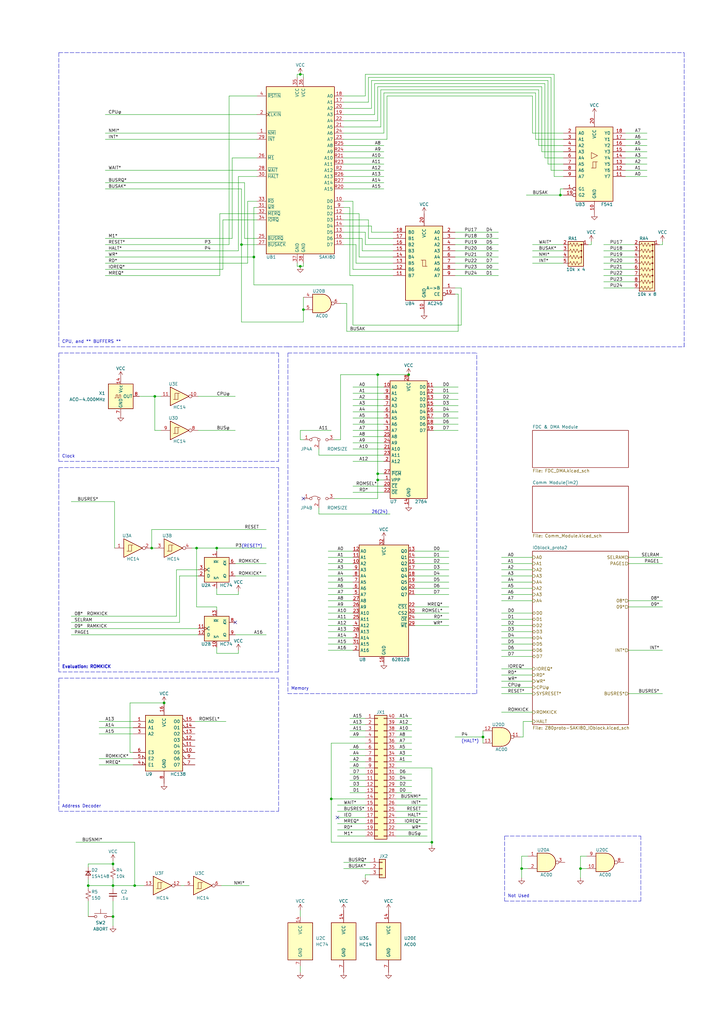
<source format=kicad_sch>
(kicad_sch (version 20211123) (generator eeschema)
  (paper "A3" portrait)
  (junction (at 67.31 288.29))
  (junction (at 154.94 153.67))
  (junction (at 167.64 153.67))
  (junction (at 124.46 127))
  (junction (at 229.87 80.01))
  (junction (at 177.165 345.44))
  (junction (at 46.355 375.92))
  (junction (at 238.125 356.235))
  (junction (at 46.355 354.33))
  (junction (at 36.195 363.22))
  (junction (at 104.14 105.41))
  (junction (at 154.94 194.31))
  (junction (at 46.355 363.22))
  (junction (at 198.12 302.26))
  (junction (at 123.19 30.48))
  (junction (at 213.995 356.235))
  (junction (at 62.23 224.79))
  (junction (at 135.89 327.66))
  (junction (at 154.94 196.85))
  (junction (at 88.9 224.79))
  (junction (at 123.19 109.22))
  (junction (at 63.5 162.56))
  (junction (at 99.06 100.33))
  (junction (at 80.645 224.79))
  (junction (at 55.245 363.22))
  (no_connect (at 124.46 204.47))
  (no_connect (at 138.43 335.28))
  (no_connect (at 96.52 255.27))
  (wire (pts (xy 147.32 87.63) (xy 147.32 105.41)))
  (wire (pts (xy 205.74 231.14) (xy 218.44 231.14)))
  (wire (pts (xy 205.74 233.68) (xy 218.44 233.68)))
  (wire (pts (xy 154.94 35.56) (xy 222.25 35.56)))
  (wire (pts (xy 149.86 100.33) (xy 161.29 100.33)))
  (wire (pts (xy 139.7 180.34) (xy 139.7 153.67)))
  (wire (pts (xy 247.65 118.11) (xy 260.35 118.11)))
  (wire (pts (xy 29.21 260.35) (xy 81.28 260.35)))
  (wire (pts (xy 134.62 243.84) (xy 144.78 243.84)))
  (wire (pts (xy 257.81 284.48) (xy 271.78 284.48)))
  (wire (pts (xy 143.51 294.64) (xy 149.86 294.64)))
  (wire (pts (xy 256.54 64.77) (xy 265.43 64.77)))
  (wire (pts (xy 134.62 246.38) (xy 144.78 246.38)))
  (wire (pts (xy 43.18 97.79) (xy 95.25 97.79)))
  (wire (pts (xy 144.78 179.07) (xy 157.48 179.07)))
  (polyline (pts (xy 24.13 21.59) (xy 280.67 21.59)))
  (wire (pts (xy 205.74 292.1) (xy 218.44 292.1)))
  (wire (pts (xy 88.9 250.19) (xy 88.9 248.92)))
  (wire (pts (xy 226.06 31.75) (xy 226.06 69.85)))
  (wire (pts (xy 162.56 320.04) (xy 168.91 320.04)))
  (wire (pts (xy 154.94 196.85) (xy 157.48 196.85)))
  (polyline (pts (xy 24.13 191.77) (xy 24.13 275.59)))
  (wire (pts (xy 238.125 356.235) (xy 240.665 356.235)))
  (wire (pts (xy 88.9 248.92) (xy 80.645 248.92)))
  (wire (pts (xy 143.51 299.72) (xy 149.86 299.72)))
  (wire (pts (xy 142.24 124.46) (xy 142.24 135.89)))
  (wire (pts (xy 134.62 251.46) (xy 144.78 251.46)))
  (wire (pts (xy 134.62 259.08) (xy 144.78 259.08)))
  (polyline (pts (xy 24.13 144.78) (xy 24.13 189.23)))
  (wire (pts (xy 46.99 224.79) (xy 46.99 205.74)))
  (polyline (pts (xy 114.3 144.78) (xy 114.3 189.23)))
  (wire (pts (xy 218.44 102.87) (xy 231.14 102.87)))
  (wire (pts (xy 161.29 107.95) (xy 146.05 107.95)))
  (wire (pts (xy 227.33 72.39) (xy 231.14 72.39)))
  (wire (pts (xy 40.64 295.91) (xy 54.61 295.91)))
  (wire (pts (xy 214.63 295.91) (xy 218.44 295.91)))
  (wire (pts (xy 99.06 100.33) (xy 99.06 132.08)))
  (wire (pts (xy 205.74 228.6) (xy 218.44 228.6)))
  (wire (pts (xy 170.18 226.06) (xy 184.15 226.06)))
  (wire (pts (xy 104.14 105.41) (xy 104.14 116.84)))
  (wire (pts (xy 134.62 226.06) (xy 144.78 226.06)))
  (wire (pts (xy 40.64 300.99) (xy 54.61 300.99)))
  (wire (pts (xy 162.56 342.9) (xy 175.26 342.9)))
  (wire (pts (xy 36.195 369.57) (xy 36.195 375.92)))
  (wire (pts (xy 162.56 297.18) (xy 168.91 297.18)))
  (wire (pts (xy 144.78 199.39) (xy 157.48 199.39)))
  (wire (pts (xy 157.48 38.1) (xy 219.71 38.1)))
  (wire (pts (xy 247.65 102.87) (xy 260.35 102.87)))
  (wire (pts (xy 140.97 356.235) (xy 151.765 356.235)))
  (wire (pts (xy 213.995 356.235) (xy 216.535 356.235)))
  (wire (pts (xy 134.62 248.92) (xy 144.78 248.92)))
  (wire (pts (xy 162.56 294.64) (xy 168.91 294.64)))
  (wire (pts (xy 222.25 35.56) (xy 222.25 62.23)))
  (wire (pts (xy 218.44 100.33) (xy 231.14 100.33)))
  (wire (pts (xy 140.97 52.07) (xy 156.21 52.07)))
  (wire (pts (xy 152.4 44.45) (xy 152.4 33.02)))
  (polyline (pts (xy 24.13 278.13) (xy 24.13 332.74)))
  (wire (pts (xy 161.29 110.49) (xy 144.78 110.49)))
  (polyline (pts (xy 118.11 144.78) (xy 118.11 284.48)))
  (polyline (pts (xy 114.3 191.77) (xy 114.3 275.59)))
  (wire (pts (xy 140.97 87.63) (xy 147.32 87.63)))
  (polyline (pts (xy 24.13 191.77) (xy 114.3 191.77)))
  (wire (pts (xy 53.34 288.29) (xy 67.31 288.29)))
  (wire (pts (xy 170.18 233.68) (xy 184.15 233.68)))
  (wire (pts (xy 186.69 105.41) (xy 204.47 105.41)))
  (wire (pts (xy 101.6 82.55) (xy 101.6 107.95)))
  (wire (pts (xy 134.62 241.3) (xy 144.78 241.3)))
  (wire (pts (xy 205.74 238.76) (xy 218.44 238.76)))
  (wire (pts (xy 90.805 363.22) (xy 102.235 363.22)))
  (wire (pts (xy 140.97 41.91) (xy 151.13 41.91)))
  (wire (pts (xy 43.18 46.99) (xy 105.41 46.99)))
  (polyline (pts (xy 198.12 142.24) (xy 280.67 142.24)))
  (wire (pts (xy 205.74 279.4) (xy 218.44 279.4)))
  (wire (pts (xy 177.8 158.75) (xy 187.96 158.75)))
  (wire (pts (xy 229.87 77.47) (xy 229.87 80.01)))
  (wire (pts (xy 144.78 163.83) (xy 157.48 163.83)))
  (wire (pts (xy 162.56 327.66) (xy 175.26 327.66)))
  (wire (pts (xy 134.62 236.22) (xy 144.78 236.22)))
  (wire (pts (xy 140.97 95.25) (xy 149.86 95.25)))
  (wire (pts (xy 134.62 238.76) (xy 144.78 238.76)))
  (wire (pts (xy 139.7 153.67) (xy 154.94 153.67)))
  (wire (pts (xy 29.21 252.73) (xy 72.39 252.73)))
  (wire (pts (xy 62.23 224.79) (xy 62.23 217.17)))
  (wire (pts (xy 247.65 107.95) (xy 260.35 107.95)))
  (wire (pts (xy 31.115 345.44) (xy 55.245 345.44)))
  (wire (pts (xy 137.16 180.34) (xy 139.7 180.34)))
  (wire (pts (xy 140.97 46.99) (xy 153.67 46.99)))
  (wire (pts (xy 154.94 194.31) (xy 157.48 194.31)))
  (wire (pts (xy 142.24 135.89) (xy 187.96 135.89)))
  (wire (pts (xy 205.74 254) (xy 218.44 254)))
  (wire (pts (xy 43.18 105.41) (xy 104.14 105.41)))
  (wire (pts (xy 46.355 375.92) (xy 46.355 379.73)))
  (wire (pts (xy 223.52 64.77) (xy 231.14 64.77)))
  (wire (pts (xy 143.51 307.34) (xy 149.86 307.34)))
  (polyline (pts (xy 24.13 142.24) (xy 24.13 138.43)))
  (wire (pts (xy 105.41 82.55) (xy 101.6 82.55)))
  (wire (pts (xy 140.97 90.17) (xy 151.13 90.17)))
  (wire (pts (xy 152.4 33.02) (xy 224.79 33.02)))
  (wire (pts (xy 205.74 284.48) (xy 218.44 284.48)))
  (wire (pts (xy 123.19 176.53) (xy 135.89 176.53)))
  (wire (pts (xy 205.74 256.54) (xy 218.44 256.54)))
  (wire (pts (xy 134.62 233.68) (xy 144.78 233.68)))
  (wire (pts (xy 46.355 353.06) (xy 46.355 354.33)))
  (wire (pts (xy 256.54 62.23) (xy 265.43 62.23)))
  (wire (pts (xy 198.12 302.26) (xy 198.12 304.8)))
  (wire (pts (xy 205.74 269.24) (xy 218.44 269.24)))
  (wire (pts (xy 144.78 168.91) (xy 157.48 168.91)))
  (wire (pts (xy 162.56 325.12) (xy 168.91 325.12)))
  (wire (pts (xy 186.69 102.87) (xy 204.47 102.87)))
  (wire (pts (xy 139.7 124.46) (xy 142.24 124.46)))
  (wire (pts (xy 88.9 226.06) (xy 88.9 224.79)))
  (polyline (pts (xy 114.3 275.59) (xy 24.13 275.59)))
  (wire (pts (xy 104.14 85.09) (xy 104.14 105.41)))
  (wire (pts (xy 46.355 363.22) (xy 55.245 363.22)))
  (wire (pts (xy 140.97 69.85) (xy 157.48 69.85)))
  (wire (pts (xy 144.78 201.93) (xy 157.48 201.93)))
  (wire (pts (xy 121.92 109.22) (xy 123.19 109.22)))
  (wire (pts (xy 186.69 100.33) (xy 204.47 100.33)))
  (wire (pts (xy 143.51 314.96) (xy 149.86 314.96)))
  (wire (pts (xy 170.18 248.92) (xy 184.15 248.92)))
  (wire (pts (xy 144.78 181.61) (xy 157.48 181.61)))
  (wire (pts (xy 162.56 335.28) (xy 175.26 335.28)))
  (wire (pts (xy 96.52 236.22) (xy 109.22 236.22)))
  (wire (pts (xy 177.8 161.29) (xy 187.96 161.29)))
  (wire (pts (xy 151.13 41.91) (xy 151.13 31.75)))
  (wire (pts (xy 186.69 110.49) (xy 204.47 110.49)))
  (wire (pts (xy 55.245 363.22) (xy 55.245 345.44)))
  (wire (pts (xy 162.56 322.58) (xy 168.91 322.58)))
  (wire (pts (xy 231.14 77.47) (xy 229.87 77.47)))
  (wire (pts (xy 138.43 330.2) (xy 149.86 330.2)))
  (wire (pts (xy 66.04 176.53) (xy 63.5 176.53)))
  (wire (pts (xy 144.78 176.53) (xy 157.48 176.53)))
  (wire (pts (xy 140.97 92.71) (xy 152.4 92.71)))
  (wire (pts (xy 220.98 36.83) (xy 220.98 59.69)))
  (wire (pts (xy 220.98 59.69) (xy 231.14 59.69)))
  (wire (pts (xy 143.51 320.04) (xy 149.86 320.04)))
  (wire (pts (xy 256.54 54.61) (xy 265.43 54.61)))
  (wire (pts (xy 123.19 398.78) (xy 123.19 396.24)))
  (polyline (pts (xy 24.13 278.13) (xy 114.3 278.13)))
  (wire (pts (xy 152.4 92.71) (xy 152.4 95.25)))
  (wire (pts (xy 238.125 351.155) (xy 240.665 351.155)))
  (wire (pts (xy 73.66 236.22) (xy 73.66 255.27)))
  (wire (pts (xy 135.89 304.8) (xy 149.86 304.8)))
  (wire (pts (xy 148.59 97.79) (xy 148.59 102.87)))
  (wire (pts (xy 186.69 302.26) (xy 198.12 302.26)))
  (wire (pts (xy 257.81 248.92) (xy 271.78 248.92)))
  (wire (pts (xy 29.21 255.27) (xy 73.66 255.27)))
  (wire (pts (xy 123.19 30.48) (xy 124.46 30.48)))
  (wire (pts (xy 205.74 266.7) (xy 218.44 266.7)))
  (wire (pts (xy 257.81 228.6) (xy 271.78 228.6)))
  (wire (pts (xy 144.78 184.15) (xy 157.48 184.15)))
  (wire (pts (xy 154.94 153.67) (xy 167.64 153.67)))
  (wire (pts (xy 162.56 337.82) (xy 175.26 337.82)))
  (wire (pts (xy 144.78 171.45) (xy 157.48 171.45)))
  (wire (pts (xy 143.51 325.12) (xy 149.86 325.12)))
  (wire (pts (xy 63.5 176.53) (xy 63.5 162.56)))
  (wire (pts (xy 140.97 57.15) (xy 158.75 57.15)))
  (wire (pts (xy 177.165 314.96) (xy 177.165 345.44)))
  (wire (pts (xy 138.43 335.28) (xy 149.86 335.28)))
  (wire (pts (xy 218.44 107.95) (xy 231.14 107.95)))
  (wire (pts (xy 96.52 260.35) (xy 109.22 260.35)))
  (polyline (pts (xy 280.67 142.24) (xy 280.67 21.59)))
  (wire (pts (xy 105.41 39.37) (xy 93.98 39.37)))
  (wire (pts (xy 81.28 236.22) (xy 73.66 236.22)))
  (wire (pts (xy 149.86 358.775) (xy 149.86 360.045)))
  (wire (pts (xy 242.57 100.33) (xy 242.57 99.06)))
  (wire (pts (xy 223.52 34.29) (xy 223.52 64.77)))
  (wire (pts (xy 144.78 158.75) (xy 157.48 158.75)))
  (wire (pts (xy 90.17 87.63) (xy 105.41 87.63)))
  (wire (pts (xy 205.74 276.86) (xy 218.44 276.86)))
  (wire (pts (xy 224.79 67.31) (xy 231.14 67.31)))
  (wire (pts (xy 144.78 133.35) (xy 189.23 133.35)))
  (wire (pts (xy 97.79 266.7) (xy 97.79 267.97)))
  (wire (pts (xy 124.46 127) (xy 124.46 121.92)))
  (wire (pts (xy 186.69 97.79) (xy 204.47 97.79)))
  (wire (pts (xy 36.195 363.22) (xy 36.195 364.49)))
  (wire (pts (xy 247.65 113.03) (xy 260.35 113.03)))
  (wire (pts (xy 162.56 332.74) (xy 175.26 332.74)))
  (wire (pts (xy 144.78 173.99) (xy 157.48 173.99)))
  (wire (pts (xy 43.18 100.33) (xy 93.98 100.33)))
  (wire (pts (xy 177.8 171.45) (xy 187.96 171.45)))
  (wire (pts (xy 144.78 116.84) (xy 144.78 133.35)))
  (wire (pts (xy 138.43 340.36) (xy 149.86 340.36)))
  (wire (pts (xy 43.18 110.49) (xy 91.44 110.49)))
  (wire (pts (xy 63.5 224.79) (xy 62.23 224.79)))
  (wire (pts (xy 140.97 49.53) (xy 154.94 49.53)))
  (wire (pts (xy 177.8 166.37) (xy 187.96 166.37)))
  (wire (pts (xy 43.18 77.47) (xy 99.06 77.47)))
  (wire (pts (xy 218.44 105.41) (xy 231.14 105.41)))
  (wire (pts (xy 224.79 33.02) (xy 224.79 67.31)))
  (wire (pts (xy 170.18 238.76) (xy 184.15 238.76)))
  (wire (pts (xy 43.18 102.87) (xy 97.79 102.87)))
  (wire (pts (xy 218.44 54.61) (xy 231.14 54.61)))
  (wire (pts (xy 205.74 236.22) (xy 218.44 236.22)))
  (wire (pts (xy 149.86 39.37) (xy 149.86 30.48)))
  (wire (pts (xy 105.41 97.79) (xy 100.33 97.79)))
  (wire (pts (xy 134.62 261.62) (xy 144.78 261.62)))
  (wire (pts (xy 205.74 281.94) (xy 218.44 281.94)))
  (wire (pts (xy 219.71 38.1) (xy 219.71 57.15)))
  (polyline (pts (xy 118.11 284.48) (xy 195.58 284.48)))
  (polyline (pts (xy 24.13 189.23) (xy 114.3 189.23)))
  (wire (pts (xy 205.74 274.32) (xy 218.44 274.32)))
  (wire (pts (xy 215.9 80.01) (xy 229.87 80.01)))
  (polyline (pts (xy 24.13 332.74) (xy 114.3 332.74)))
  (wire (pts (xy 162.56 299.72) (xy 168.91 299.72)))
  (wire (pts (xy 46.355 360.68) (xy 46.355 363.22)))
  (wire (pts (xy 162.56 314.96) (xy 177.165 314.96)))
  (wire (pts (xy 91.44 90.17) (xy 91.44 110.49)))
  (wire (pts (xy 144.78 161.29) (xy 157.48 161.29)))
  (wire (pts (xy 186.69 107.95) (xy 204.47 107.95)))
  (wire (pts (xy 205.74 241.3) (xy 218.44 241.3)))
  (wire (pts (xy 78.74 224.79) (xy 80.645 224.79)))
  (wire (pts (xy 205.74 251.46) (xy 218.44 251.46)))
  (polyline (pts (xy 207.01 342.9) (xy 207.01 369.57)))
  (wire (pts (xy 205.74 246.38) (xy 218.44 246.38)))
  (wire (pts (xy 104.14 116.84) (xy 144.78 116.84)))
  (wire (pts (xy 121.92 30.48) (xy 123.19 30.48)))
  (wire (pts (xy 55.245 363.22) (xy 59.055 363.22)))
  (wire (pts (xy 40.64 311.15) (xy 54.61 311.15)))
  (wire (pts (xy 140.97 62.23) (xy 157.48 62.23)))
  (wire (pts (xy 137.16 204.47) (xy 154.94 204.47)))
  (wire (pts (xy 170.18 254) (xy 184.15 254)))
  (wire (pts (xy 247.65 105.41) (xy 260.35 105.41)))
  (wire (pts (xy 140.97 44.45) (xy 152.4 44.45)))
  (wire (pts (xy 152.4 95.25) (xy 161.29 95.25)))
  (wire (pts (xy 198.12 299.72) (xy 198.12 302.26)))
  (wire (pts (xy 170.18 256.54) (xy 184.15 256.54)))
  (wire (pts (xy 88.9 243.84) (xy 97.79 243.84)))
  (wire (pts (xy 53.34 308.61) (xy 53.34 288.29)))
  (wire (pts (xy 256.54 59.69) (xy 265.43 59.69)))
  (wire (pts (xy 72.39 233.68) (xy 72.39 252.73)))
  (wire (pts (xy 170.18 251.46) (xy 184.15 251.46)))
  (wire (pts (xy 186.69 95.25) (xy 204.47 95.25)))
  (wire (pts (xy 63.5 162.56) (xy 66.04 162.56)))
  (wire (pts (xy 43.18 69.85) (xy 105.41 69.85)))
  (wire (pts (xy 161.29 113.03) (xy 143.51 113.03)))
  (wire (pts (xy 162.56 309.88) (xy 168.91 309.88)))
  (wire (pts (xy 257.81 266.7) (xy 271.78 266.7)))
  (wire (pts (xy 241.3 100.33) (xy 242.57 100.33)))
  (wire (pts (xy 135.89 345.44) (xy 177.165 345.44)))
  (wire (pts (xy 143.51 312.42) (xy 149.86 312.42)))
  (wire (pts (xy 134.62 264.16) (xy 144.78 264.16)))
  (wire (pts (xy 177.165 345.44) (xy 177.165 346.71)))
  (wire (pts (xy 162.56 304.8) (xy 168.91 304.8)))
  (wire (pts (xy 157.48 54.61) (xy 157.48 38.1)))
  (wire (pts (xy 162.56 317.5) (xy 168.91 317.5)))
  (wire (pts (xy 189.23 118.11) (xy 186.69 118.11)))
  (wire (pts (xy 149.86 95.25) (xy 149.86 100.33)))
  (wire (pts (xy 36.195 355.6) (xy 36.195 354.33)))
  (wire (pts (xy 162.56 312.42) (xy 168.91 312.42)))
  (wire (pts (xy 177.8 176.53) (xy 187.96 176.53)))
  (wire (pts (xy 140.97 59.69) (xy 157.48 59.69)))
  (wire (pts (xy 161.29 105.41) (xy 147.32 105.41)))
  (wire (pts (xy 80.645 224.79) (xy 80.645 248.92)))
  (wire (pts (xy 143.51 297.18) (xy 149.86 297.18)))
  (wire (pts (xy 146.05 107.95) (xy 146.05 100.33)))
  (wire (pts (xy 222.25 62.23) (xy 231.14 62.23)))
  (wire (pts (xy 36.195 360.68) (xy 36.195 363.22)))
  (wire (pts (xy 149.86 30.48) (xy 227.33 30.48)))
  (wire (pts (xy 130.81 208.28) (xy 130.81 210.82)))
  (wire (pts (xy 187.96 120.65) (xy 187.96 135.89)))
  (wire (pts (xy 124.46 132.08) (xy 124.46 127)))
  (wire (pts (xy 151.13 31.75) (xy 226.06 31.75)))
  (wire (pts (xy 123.19 180.34) (xy 123.19 176.53)))
  (wire (pts (xy 256.54 67.31) (xy 265.43 67.31)))
  (wire (pts (xy 219.71 57.15) (xy 231.14 57.15)))
  (wire (pts (xy 158.75 57.15) (xy 158.75 39.37)))
  (wire (pts (xy 140.97 97.79) (xy 148.59 97.79)))
  (wire (pts (xy 138.43 332.74) (xy 149.86 332.74)))
  (wire (pts (xy 140.97 353.695) (xy 151.765 353.695)))
  (wire (pts (xy 257.81 231.14) (xy 271.78 231.14)))
  (wire (pts (xy 135.89 304.8) (xy 135.89 327.66)))
  (wire (pts (xy 148.59 102.87) (xy 161.29 102.87)))
  (wire (pts (xy 214.63 302.26) (xy 214.63 295.91)))
  (polyline (pts (xy 118.11 144.78) (xy 195.58 144.78)))
  (wire (pts (xy 40.64 313.69) (xy 54.61 313.69)))
  (wire (pts (xy 271.78 100.33) (xy 271.78 99.06)))
  (wire (pts (xy 247.65 110.49) (xy 260.35 110.49)))
  (wire (pts (xy 121.92 31.75) (xy 121.92 30.48)))
  (wire (pts (xy 158.75 39.37) (xy 218.44 39.37)))
  (wire (pts (xy 43.18 107.95) (xy 101.6 107.95)))
  (wire (pts (xy 205.74 261.62) (xy 218.44 261.62)))
  (wire (pts (xy 88.9 265.43) (xy 88.9 267.97)))
  (wire (pts (xy 29.21 257.81) (xy 81.28 257.81)))
  (wire (pts (xy 46.355 369.57) (xy 46.355 375.92)))
  (polyline (pts (xy 24.13 21.59) (xy 24.13 138.43)))
  (wire (pts (xy 40.64 298.45) (xy 54.61 298.45)))
  (wire (pts (xy 43.18 74.93) (xy 100.33 74.93)))
  (wire (pts (xy 29.21 205.74) (xy 46.99 205.74)))
  (wire (pts (xy 146.05 100.33) (xy 140.97 100.33)))
  (polyline (pts (xy 195.58 284.48) (xy 195.58 144.78)))
  (wire (pts (xy 99.06 100.33) (xy 105.41 100.33)))
  (wire (pts (xy 205.74 264.16) (xy 218.44 264.16)))
  (wire (pts (xy 81.28 233.68) (xy 72.39 233.68)))
  (wire (pts (xy 75.565 363.22) (xy 74.295 363.22)))
  (wire (pts (xy 144.78 166.37) (xy 157.48 166.37)))
  (wire (pts (xy 218.44 39.37) (xy 218.44 54.61)))
  (polyline (pts (xy 207.01 342.9) (xy 262.89 342.9)))
  (wire (pts (xy 97.79 243.84) (xy 97.79 242.57)))
  (wire (pts (xy 247.65 115.57) (xy 260.35 115.57)))
  (wire (pts (xy 256.54 72.39) (xy 265.43 72.39)))
  (wire (pts (xy 238.125 351.155) (xy 238.125 356.235)))
  (wire (pts (xy 151.13 90.17) (xy 151.13 97.79)))
  (wire (pts (xy 162.56 302.26) (xy 168.91 302.26)))
  (wire (pts (xy 140.97 67.31) (xy 157.48 67.31)))
  (wire (pts (xy 186.69 120.65) (xy 187.96 120.65)))
  (wire (pts (xy 124.46 30.48) (xy 124.46 31.75)))
  (polyline (pts (xy 280.67 142.24) (xy 280.67 139.7)))
  (wire (pts (xy 143.51 302.26) (xy 149.86 302.26)))
  (wire (pts (xy 43.18 113.03) (xy 90.17 113.03)))
  (wire (pts (xy 170.18 236.22) (xy 184.15 236.22)))
  (wire (pts (xy 226.06 69.85) (xy 231.14 69.85)))
  (polyline (pts (xy 118.11 142.24) (xy 198.12 142.24)))
  (wire (pts (xy 123.19 373.38) (xy 123.19 375.92)))
  (wire (pts (xy 124.46 180.34) (xy 123.19 180.34)))
  (wire (pts (xy 124.46 109.22) (xy 124.46 107.95)))
  (wire (pts (xy 143.51 322.58) (xy 149.86 322.58)))
  (wire (pts (xy 43.18 54.61) (xy 105.41 54.61)))
  (wire (pts (xy 257.81 246.38) (xy 271.78 246.38)))
  (wire (pts (xy 238.125 356.235) (xy 238.125 360.045)))
  (wire (pts (xy 43.18 57.15) (xy 105.41 57.15)))
  (wire (pts (xy 143.51 85.09) (xy 143.51 113.03)))
  (wire (pts (xy 170.18 241.3) (xy 184.15 241.3)))
  (wire (pts (xy 100.33 97.79) (xy 100.33 74.93)))
  (wire (pts (xy 162.56 340.36) (xy 175.26 340.36)))
  (wire (pts (xy 151.13 97.79) (xy 161.29 97.79)))
  (wire (pts (xy 99.06 77.47) (xy 99.06 100.33)))
  (wire (pts (xy 91.44 90.17) (xy 105.41 90.17)))
  (polyline (pts (xy 118.11 142.24) (xy 24.13 142.24)))
  (wire (pts (xy 216.535 351.155) (xy 213.995 351.155)))
  (wire (pts (xy 95.25 64.77) (xy 95.25 97.79)))
  (wire (pts (xy 134.62 256.54) (xy 144.78 256.54)))
  (wire (pts (xy 205.74 243.84) (xy 218.44 243.84)))
  (wire (pts (xy 177.8 168.91) (xy 187.96 168.91)))
  (wire (pts (xy 156.21 36.83) (xy 220.98 36.83)))
  (wire (pts (xy 81.28 162.56) (xy 96.52 162.56)))
  (wire (pts (xy 134.62 266.7) (xy 144.78 266.7)))
  (wire (pts (xy 162.56 307.34) (xy 168.91 307.34)))
  (wire (pts (xy 256.54 57.15) (xy 265.43 57.15)))
  (wire (pts (xy 213.995 356.235) (xy 213.995 360.045)))
  (wire (pts (xy 154.94 194.31) (xy 154.94 196.85)))
  (wire (pts (xy 170.18 228.6) (xy 184.15 228.6)))
  (wire (pts (xy 46.355 354.33) (xy 46.355 355.6)))
  (polyline (pts (xy 24.13 144.78) (xy 114.3 144.78)))
  (wire (pts (xy 80.645 224.79) (xy 88.9 224.79)))
  (wire (pts (xy 156.21 52.07) (xy 156.21 36.83)))
  (wire (pts (xy 177.8 173.99) (xy 187.96 173.99)))
  (polyline (pts (xy 198.12 142.24) (xy 198.12 142.24)))
  (wire (pts (xy 36.195 363.22) (xy 46.355 363.22)))
  (wire (pts (xy 170.18 231.14) (xy 184.15 231.14)))
  (wire (pts (xy 90.17 87.63) (xy 90.17 113.03)))
  (wire (pts (xy 231.14 80.01) (xy 229.87 80.01)))
  (wire (pts (xy 154.94 49.53) (xy 154.94 35.56)))
  (wire (pts (xy 123.19 109.22) (xy 124.46 109.22)))
  (wire (pts (xy 256.54 69.85) (xy 265.43 69.85)))
  (wire (pts (xy 134.62 228.6) (xy 144.78 228.6)))
  (wire (pts (xy 130.81 186.69) (xy 157.48 186.69)))
  (wire (pts (xy 105.41 85.09) (xy 104.14 85.09)))
  (wire (pts (xy 140.97 82.55) (xy 144.78 82.55)))
  (wire (pts (xy 36.195 354.33) (xy 46.355 354.33)))
  (wire (pts (xy 80.01 295.91) (xy 92.71 295.91)))
  (wire (pts (xy 270.51 100.33) (xy 271.78 100.33)))
  (wire (pts (xy 140.97 72.39) (xy 157.48 72.39)))
  (wire (pts (xy 189.23 133.35) (xy 189.23 118.11)))
  (wire (pts (xy 134.62 254) (xy 144.78 254)))
  (wire (pts (xy 97.79 72.39) (xy 105.41 72.39)))
  (wire (pts (xy 138.43 342.9) (xy 149.86 342.9)))
  (wire (pts (xy 177.8 163.83) (xy 187.96 163.83)))
  (wire (pts (xy 88.9 267.97) (xy 97.79 267.97)))
  (wire (pts (xy 247.65 100.33) (xy 260.35 100.33)))
  (wire (pts (xy 151.765 358.775) (xy 149.86 358.775)))
  (wire (pts (xy 46.355 363.22) (xy 46.355 364.49)))
  (wire (pts (xy 99.06 132.08) (xy 124.46 132.08)))
  (wire (pts (xy 143.51 309.88) (xy 149.86 309.88)))
  (wire (pts (xy 160.02 210.82) (xy 130.81 210.82)))
  (wire (pts (xy 88.9 224.79) (xy 109.22 224.79)))
  (wire (pts (xy 140.97 64.77) (xy 157.48 64.77)))
  (wire (pts (xy 213.36 302.26) (xy 214.63 302.26)))
  (polyline (pts (xy 207.01 369.57) (xy 262.89 369.57)))
  (wire (pts (xy 143.51 317.5) (xy 149.86 317.5)))
  (wire (pts (xy 227.33 30.48) (xy 227.33 72.39)))
  (wire (pts (xy 154.94 153.67) (xy 154.94 194.31)))
  (wire (pts (xy 144.78 82.55) (xy 144.78 110.49)))
  (polyline (pts (xy 114.3 332.74) (xy 114.3 278.13)))
  (wire (pts (xy 121.92 107.95) (xy 121.92 109.22)))
  (wire (pts (xy 95.25 64.77) (xy 105.41 64.77)))
  (wire (pts (xy 186.69 113.03) (xy 204.47 113.03)))
  (wire (pts (xy 88.9 241.3) (xy 88.9 243.84)))
  (wire (pts (xy 130.81 184.15) (xy 130.81 186.69)))
  (wire (pts (xy 135.89 327.66) (xy 135.89 345.44)))
  (wire (pts (xy 213.995 351.155) (xy 213.995 356.235)))
  (wire (pts (xy 140.97 54.61) (xy 157.48 54.61)))
  (wire (pts (xy 170.18 243.84) (xy 184.15 243.84)))
  (wire (pts (xy 54.61 308.61) (xy 53.34 308.61)))
  (wire (pts (xy 57.15 162.56) (xy 63.5 162.56)))
  (wire (pts (xy 96.52 231.14) (xy 109.22 231.14)))
  (wire (pts (xy 205.74 259.08) (xy 218.44 259.08)))
  (wire (pts (xy 135.89 327.66) (xy 149.86 327.66)))
  (wire (pts (xy 153.67 34.29) (xy 223.52 34.29)))
  (wire (pts (xy 153.67 46.99) (xy 153.67 34.29)))
  (wire (pts (xy 134.62 231.14) (xy 144.78 231.14)))
  (wire (pts (xy 154.94 204.47) (xy 154.94 196.85)))
  (wire (pts (xy 162.56 330.2) (xy 175.26 330.2)))
  (wire (pts (xy 62.23 217.17) (xy 109.22 217.17)))
  (wire (pts (xy 140.97 85.09) (xy 143.51 85.09)))
  (wire (pts (xy 138.43 337.82) (xy 149.86 337.82)))
  (wire (pts (xy 140.97 74.93) (xy 157.48 74.93)))
  (wire (pts (xy 144.78 189.23) (xy 157.48 189.23)))
  (wire (pts (xy 140.97 39.37) (xy 149.86 39.37)))
  (wire (pts (xy 140.97 77.47) (xy 157.48 77.47)))
  (wire (pts (xy 97.79 102.87) (xy 97.79 72.39)))
  (polyline (pts (xy 262.89 369.57) (xy 262.89 342.9)))
  (wire (pts (xy 93.98 39.37) (xy 93.98 100.33)))
  (wire (pts (xy 81.28 176.53) (xy 96.52 176.53)))
  (text "(RESET*)" (at 99.06 224.79 0) (effects (font (size 1.27 1.27)) (justify left bottom)))
  (text "Evaluation: ROMKICK" (at 25.4 274.32 0) (effects (font (size 1.27 1.27) (thickness 0.254) bold) (justify left bottom)))
  (text "(HALT*)" (at 189.23 304.8 0) (effects (font (size 1.27 1.27)) (justify left bottom)))
  (text "Memory" (at 119.38 283.21 0) (effects (font (size 1.27 1.27)) (justify left bottom)))
  (text "CPU, and ** BUFFERS **" (at 25.4 140.97 0) (effects (font (size 1.27 1.27)) (justify left bottom)))
  (text "Address Decoder" (at 25.4 331.47 0) (effects (font (size 1.27 1.27)) (justify left bottom)))
  (text "Not Used" (at 208.28 368.3 0) (effects (font (size 1.27 1.27)) (justify left bottom)))
  (text "26(24)" (at 152.4 210.82 0) (effects (font (size 1.27 1.27)) (justify left bottom)))
  (text "Clock" (at 25.4 187.96 0) (effects (font (size 1.27 1.27)) (justify left bottom)))
  (label "PAGE1" (at 270.51 231.14 180))
  (label "A0" (at 208.28 228.6 0))
  (label "A15" (at 156.21 77.47 180))
  (label "P3" (at 83.82 100.33 0))
  (label "WR*" (at 44.45 105.41 0))
  (label "D6" (at 163.83 317.5 0))
  (label "D6" (at 199.39 102.87 0))
  (label "A9" (at 147.32 181.61 0))
  (label "IEO" (at 140.97 335.28 0))
  (label "D5" (at 181.61 171.45 0))
  (label "PU22" (at 250.19 113.03 0))
  (label "A2" (at 138.43 231.14 0))
  (label "A16" (at 104.14 260.35 0))
  (label "RESET" (at 172.72 332.74 180))
  (label "D4" (at 163.83 320.04 0))
  (label "D6" (at 208.28 266.7 0))
  (label "BUSAK" (at 218.44 80.01 0))
  (label "HALT*" (at 44.45 102.87 0))
  (label "PU24" (at 250.19 118.11 0))
  (label "D2" (at 199.39 105.41 0))
  (label "IOREQ*" (at 208.28 274.32 0))
  (label "D7" (at 177.8 243.84 0))
  (label "D1" (at 181.61 161.29 0))
  (label "PU17" (at 190.5 95.25 0))
  (label "NMI*" (at 95.885 363.22 0))
  (label "A0" (at 147.32 158.75 0))
  (label "D7" (at 181.61 176.53 0))
  (label "D2" (at 163.83 322.58 0))
  (label "D5" (at 199.39 100.33 0))
  (label "D6" (at 181.61 173.99 0))
  (label "ROMKICK*" (at 97.79 236.22 0))
  (label "PU17" (at 250.19 100.33 0))
  (label "A1" (at 147.32 161.29 0))
  (label "A7" (at 163.83 304.8 0))
  (label "A0" (at 262.89 72.39 180))
  (label "RAMKICK" (at 35.56 257.81 0))
  (label "A3" (at 138.43 233.68 0))
  (label "RESET" (at 100.33 217.17 0))
  (label "D5" (at 144.78 320.04 0))
  (label "BUSRQ*" (at 44.45 74.93 0))
  (label "A14" (at 156.21 74.93 180))
  (label "CPUφ" (at 208.28 281.94 0))
  (label "ROMSEL*" (at 90.17 295.91 180))
  (label "BUSRES*" (at 31.75 205.74 0))
  (label "D7" (at 208.28 269.24 0))
  (label "A15" (at 144.78 294.64 0))
  (label "RD*" (at 140.97 340.36 0))
  (label "A8" (at 138.43 246.38 0))
  (label "D0" (at 181.61 158.75 0))
  (label "BUSAK*" (at 220.98 102.87 0))
  (label "A5" (at 262.89 59.69 180))
  (label "P3" (at 96.52 224.79 0))
  (label "A10" (at 163.83 299.72 0))
  (label "A16" (at 138.43 266.7 0))
  (label "WAIT*" (at 44.45 69.85 0))
  (label "WR*" (at 172.72 340.36 180))
  (label "MREQ*" (at 181.61 248.92 180))
  (label "A7" (at 262.89 54.61 180))
  (label "BUSNMI*" (at 172.72 327.66 180))
  (label "D1" (at 177.8 228.6 0))
  (label "A9" (at 156.21 62.23 180))
  (label "A8" (at 156.21 59.69 180))
  (label "INT*" (at 44.45 57.15 0))
  (label "RESET*" (at 44.45 100.33 0))
  (label "SELRAM" (at 270.51 228.6 180))
  (label "NMI*" (at 44.45 54.61 0))
  (label "BUSAK" (at 143.51 135.89 0))
  (label "BUSRES*" (at 270.51 284.48 180))
  (label "INT*" (at 172.72 330.2 180))
  (label "A8" (at 163.83 302.26 0))
  (label "A6" (at 138.43 241.3 0))
  (label "D1" (at 208.28 254 0))
  (label "A3" (at 163.83 309.88 0))
  (label "INT*" (at 220.98 107.95 0))
  (label "A1" (at 138.43 228.6 0))
  (label "A1" (at 262.89 69.85 180))
  (label "CPUφ" (at 88.9 162.56 0))
  (label "BUSRES*" (at 140.97 332.74 0))
  (label "D5" (at 177.8 238.76 0))
  (label "A6" (at 208.28 243.84 0))
  (label "MREQ*" (at 44.45 113.03 0))
  (label "A0" (at 138.43 226.06 0))
  (label "A13" (at 43.18 295.91 0))
  (label "PU21" (at 250.19 110.49 0))
  (label "D0" (at 163.83 325.12 0))
  (label "A14" (at 163.83 294.64 0))
  (label "A12" (at 156.21 69.85 180))
  (label "A12" (at 138.43 256.54 0))
  (label "09*" (at 270.51 248.92 180))
  (label "PU23" (at 190.5 110.49 0))
  (label "A1" (at 208.28 231.14 0))
  (label "NMI*" (at 220.98 105.41 0))
  (label "A11" (at 138.43 254 0))
  (label "A7" (at 147.32 176.53 0))
  (label "A5" (at 163.83 307.34 0))
  (label "A4" (at 208.28 238.76 0))
  (label "ROMSEL*" (at 181.61 251.46 180))
  (label "M1*" (at 140.97 342.9 0))
  (label "A10" (at 138.43 251.46 0))
  (label "A1" (at 163.83 312.42 0))
  (label "PU20" (at 250.19 107.95 0))
  (label "09*" (at 30.48 257.81 0))
  (label "RD*" (at 208.28 276.86 0))
  (label "A4" (at 262.89 62.23 180))
  (label "BUSAK*" (at 44.45 77.47 0))
  (label "MREQ*" (at 140.97 337.82 0))
  (label "SELRAM" (at 30.48 255.27 0))
  (label "D3" (at 144.78 322.58 0))
  (label "D0" (at 177.8 226.06 0))
  (label "D5" (at 208.28 264.16 0))
  (label "ROMKICK*" (at 43.18 311.15 0))
  (label "WR*" (at 181.61 256.54 180))
  (label "A15" (at 43.18 300.99 0))
  (label "PU21" (at 190.5 105.41 0))
  (label "WAIT*" (at 140.97 330.2 0))
  (label "A13" (at 138.43 259.08 0))
  (label "INT*" (at 270.51 266.7 180))
  (label "A11" (at 156.21 67.31 180))
  (label "A11" (at 144.78 299.72 0))
  (label "D2" (at 208.28 256.54 0))
  (label "PU18" (at 250.19 102.87 0))
  (label "D2" (at 181.61 163.83 0))
  (label "A15" (at 138.43 264.16 0))
  (label "A13" (at 144.78 297.18 0))
  (label "A9" (at 144.78 302.26 0))
  (label "PU24" (at 190.5 113.03 0))
  (label "P4" (at 189.23 302.26 0))
  (label "M1*" (at 44.45 97.79 0))
  (label "RD*" (at 147.32 201.93 0))
  (label "BUSφ" (at 88.9 176.53 0))
  (label "A3" (at 147.32 166.37 0))
  (label "A0" (at 144.78 314.96 0))
  (label "A5" (at 147.32 171.45 0))
  (label "D4" (at 208.28 261.62 0))
  (label "08*" (at 30.48 252.73 0))
  (label "BUSRQ*" (at 142.875 353.695 0))
  (label "D7" (at 199.39 107.95 0))
  (label "08*" (at 270.51 246.38 180))
  (label "RD*" (at 181.61 254 180))
  (label "A9" (at 138.43 248.92 0))
  (label "WAIT*" (at 220.98 100.33 0))
  (label "D0" (at 208.28 251.46 0))
  (label "PU23" (at 250.19 115.57 0))
  (label "A5" (at 138.43 238.76 0))
  (label "A12" (at 163.83 297.18 0))
  (label "PU18" (at 190.5 97.79 0))
  (label "D4" (at 177.8 236.22 0))
  (label "A10" (at 147.32 184.15 0))
  (label "D6" (at 177.8 241.3 0))
  (label "A2" (at 262.89 67.31 180))
  (label "ROMKICK" (at 208.28 292.1 0))
  (label "D1" (at 144.78 325.12 0))
  (label "A13" (at 156.21 72.39 180))
  (label "D2" (at 177.8 231.14 0))
  (label "A6" (at 147.32 173.99 0))
  (label "ROMKICK" (at 35.56 252.73 0))
  (label "RD*" (at 44.45 107.95 0))
  (label "MREQ*" (at 43.18 313.69 0))
  (label "D3" (at 199.39 97.79 0))
  (label "ROMKICK" (at 97.79 231.14 0))
  (label "IOREQ*" (at 172.72 337.82 180))
  (label "D7" (at 144.78 317.5 0))
  (label "HALT*" (at 172.72 335.28 180))
  (label "D0" (at 199.39 110.49 0))
  (label "A2" (at 147.32 163.83 0))
  (label "A3" (at 208.28 236.22 0))
  (label "WR*" (at 208.28 279.4 0))
  (label "A14" (at 138.43 261.62 0))
  (label "BUSAK*" (at 142.875 356.235 0))
  (label "CPUφ" (at 44.45 46.99 0))
  (label "A2" (at 144.78 312.42 0))
  (label "PU19" (at 190.5 100.33 0))
  (label "D3" (at 208.28 259.08 0))
  (label "D4" (at 181.61 168.91 0))
  (label "PU19" (at 250.19 105.41 0))
  (label "IOREQ*" (at 44.45 110.49 0))
  (label "A5" (at 208.28 241.3 0))
  (label "A6" (at 144.78 307.34 0))
  (label "A11" (at 130.81 176.53 0))
  (label "PAGE1" (at 30.48 260.35 0))
  (label "A3" (at 262.89 64.77 180))
  (label "A10" (at 156.21 64.77 180))
  (label "A6" (at 262.89 57.15 180))
  (label "A14" (at 43.18 298.45 0))
  (label "RESET*" (at 208.28 284.48 0))
  (label "D3" (at 177.8 233.68 0))
  (label "BUSφ" (at 172.72 342.9 180))
  (label "A8" (at 147.32 179.07 0))
  (label "A7" (at 138.43 243.84 0))
  (label "D4" (at 199.39 95.25 0))
  (label "A12" (at 147.32 189.23 0))
  (label "D1" (at 199.39 113.03 0))
  (label "D3" (at 181.61 166.37 0))
  (label "A2" (at 208.28 233.68 0))
  (label "A4" (at 144.78 309.88 0))
  (label "PU22" (at 190.5 107.95 0))
  (label "BUSNMI*" (at 33.655 345.44 0))
  (label "P4" (at 83.82 102.87 0))
  (label "ROMSEL*" (at 146.05 199.39 0))
  (label "A4" (at 138.43 236.22 0))
  (label "A4" (at 147.32 168.91 0))
  (label "A7" (at 208.28 246.38 0))
  (label "PU20" (at 190.5 102.87 0))
  (hierarchical_label "RD*" (shape output) (at 218.44 276.86 0))
  (hierarchical_label "INT*" (shape input) (at 257.81 266.7 180))
  (hierarchical_label "D1" (shape bidirectional) (at 218.44 254 0))
  (hierarchical_label "D0" (shape bidirectional) (at 218.44 251.46 0))
  (hierarchical_label "WR*" (shape output) (at 218.44 279.4 0))
  (hierarchical_label "A4" (shape output) (at 218.44 246.38 0))
  (hierarchical_label "D4" (shape bidirectional) (at 218.44 261.62 0))
  (hierarchical_label "08*" (shape input) (at 257.81 246.38 180))
  (hierarchical_label "D2" (shape bidirectional) (at 218.44 256.54 0))
  (hierarchical_label "BUSRES*" (shape input) (at 257.81 284.48 180))
  (hierarchical_label "A2" (shape output) (at 218.44 241.3 0))
  (hierarchical_label "ROMKICK" (shape output) (at 218.44 292.1 0))
  (hierarchical_label "D3" (shape bidirectional) (at 218.44 259.08 0))
  (hierarchical_label "SELRAM" (shape input) (at 257.81 228.6 180))
  (hierarchical_label "D6" (shape bidirectional) (at 218.44 266.7 0))
  (hierarchical_label "A3" (shape output) (at 218.44 243.84 0))
  (hierarchical_label "A2" (shape output) (at 218.44 233.68 0))
  (hierarchical_label "IOREQ*" (shape output) (at 218.44 274.32 0))
  (hierarchical_label "09*" (shape input) (at 257.81 248.92 180))
  (hierarchical_label "HALT" (shape output) (at 218.44 295.91 0))
  (hierarchical_label "A0" (shape output) (at 218.44 228.6 0))
  (hierarchical_label "SYSRESET*" (shape output) (at 218.44 284.48 0))
  (hierarchical_label "A4" (shape output) (at 218.44 238.76 0))
  (hierarchical_label "D5" (shape bidirectional) (at 218.44 264.16 0))
  (hierarchical_label "A1" (shape output) (at 218.44 231.14 0))
  (hierarchical_label "A3" (shape output) (at 218.44 236.22 0))
  (hierarchical_label "PAGE1" (shape input) (at 257.81 231.14 180))
  (hierarchical_label "CPUφ" (shape output) (at 218.44 281.94 0))
  (hierarchical_label "D7" (shape bidirectional) (at 218.44 269.24 0))
  (symbol (lib_id "SAKI80:SAKI80") (at 123.19 67.31 0) (unit 1)
    (property "Reference" "UB1" (at 109.22 105.41 0) (effects (justify left)))
    (property "Value" "SAKI80" (at 130.81 105.41 0) (effects (justify left)))
  )
  (symbol (lib_id "power:VCC") (at 242.57 99.06 0) (unit 1)
    (property "Reference" "#PWR?" (effects hide))
    (property "Value" "VCC" (at 242.57 95.25 0))
  )
  (symbol (lib_id "Jumper:Jumper_3_Bridged12") (at 130.81 180.34 0) (unit 1)
    (property "Reference" "JP4A" (at 125.73 184.15 0))
    (property "Value" "ROMSIZE" (at 138.43 184.15 0))
  )
  (symbol (lib_id "74xx:74LS138") (at 67.31 303.53 0) (unit 1)
    (property "Reference" "U9" (at 59.69 317.5 0) (effects (justify left)))
    (property "Value" "HC138" (at 69.85 317.5 0) (effects (justify left)))
    (property "Datasheet" "http://www.ti.com/lit/gpn/sn74LS138" (effects hide))
  )
  (symbol (lib_id "Device:R_Network08_US") (at 265.43 110.49 270) (unit 1)
    (property "Reference" "RA4" (at 264.16 97.79 90))
    (property "Value" "10k x 8" (at 265.43 120.65 90))
    (property "Footprint" "Resistor_THT:R_Array_SIP9" (effects hide))
    (property "Datasheet" "http://www.vishay.com/docs/31509/csc.pdf" (effects hide))
  )
  (symbol (lib_id "power:VCC") (at 67.31 288.29 0) (unit 1)
    (property "Reference" "#PWR?" (effects hide))
    (property "Value" "VCC" (at 67.31 284.48 0))
  )
  (symbol (lib_id "74xx:74LS00") (at 248.285 353.695 0) (unit 3)
    (property "Reference" "U20" (at 247.015 348.615 0))
    (property "Value" "AC00" (at 248.285 358.775 0))
    (property "Datasheet" "http://www.ti.com/lit/gpn/sn74ls00" (effects hide))
  )
  (symbol (lib_id "power:VCC") (at 271.78 99.06 0) (unit 1)
    (property "Reference" "#PWR?" (effects hide))
    (property "Value" "VCC" (at 271.78 95.25 0))
  )
  (symbol (lib_id "power:GND") (at 167.64 207.01 0) (unit 1)
    (property "Reference" "#PWR?" (effects hide))
    (property "Value" "GND" (effects hide))
  )
  (symbol (lib_id "power:GND") (at 140.97 398.78 0) (unit 1)
    (property "Reference" "#PWR?" (effects hide))
    (property "Value" "GND" (effects hide))
  )
  (symbol (lib_id "Device:R_Small_US") (at 46.355 358.14 0) (unit 1)
    (property "Reference" "R4" (at 47.625 356.87 0) (effects (justify left)))
    (property "Value" "10k" (at 47.625 359.41 0) (effects (justify left)))
  )
  (symbol (lib_id "power:VCC") (at 173.99 87.63 0) (unit 1)
    (property "Reference" "#PWR?" (effects hide))
    (property "Value" "VCC" (at 173.99 83.82 0))
  )
  (symbol (lib_id "power:GND") (at 159.385 398.78 0) (unit 1)
    (property "Reference" "#PWR?" (effects hide))
    (property "Value" "GND" (effects hide))
  )
  (symbol (lib_id "power:VCC") (at 97.79 242.57 0) (unit 1)
    (property "Reference" "#PWR?" (effects hide))
    (property "Value" "VCC" (at 97.79 238.76 0))
  )
  (symbol (lib_id "Memory_EPROM:2764") (at 167.64 179.07 0) (unit 1)
    (property "Reference" "U7" (at 160.02 205.74 0) (effects (justify left)))
    (property "Value" "2764" (at 170.18 205.74 0) (effects (justify left)))
    (property "Footprint" "Package_DIP:DIP-28_W15.24mm" (effects hide))
    (property "Datasheet" "https://downloads.reactivemicro.com/Electronics/ROM/2764%20EPROM.pdf" (effects hide))
  )
  (symbol (lib_id "74xx:74HC14") (at 66.675 363.22 0) (unit 6)
    (property "Reference" "U3" (at 65.405 358.14 0))
    (property "Value" "HC14" (at 66.675 368.3 0))
    (property "Datasheet" "http://www.ti.com/lit/gpn/sn74HC14" (effects hide))
  )
  (symbol (lib_id "power:VCC") (at 123.19 30.48 0) (unit 1)
    (property "Reference" "#PWR?" (effects hide))
    (property "Value" "VCC" (at 123.19 26.67 0))
  )
  (symbol (lib_id "Connector_Generic:Conn_02x20_Counter_Clockwise") (at 154.94 317.5 0) (unit 1)
    (property "Reference" "JX1" (at 156.21 292.1 0))
    (property "Value" "Conn_02x20_Counter_Clockwise" (effects hide))
  )
  (symbol (lib_id "74xx:74HC14") (at 71.12 224.79 0) (unit 2)
    (property "Reference" "U3" (at 68.58 219.71 0))
    (property "Value" "HC14" (at 71.12 229.235 0))
    (property "Datasheet" "http://www.ti.com/lit/gpn/sn74HC14" (effects hide))
  )
  (symbol (lib_id "74xx:74HC14") (at 73.66 162.56 0) (unit 5)
    (property "Reference" "U3" (at 71.12 157.48 0))
    (property "Value" "HC14" (at 73.66 167.005 0))
    (property "Datasheet" "http://www.ti.com/lit/gpn/sn74HC14" (effects hide))
  )
  (symbol (lib_id "Jumper:Jumper_3_Bridged12") (at 130.81 204.47 0) (unit 1)
    (property "Reference" "JP4B" (at 125.73 208.28 0))
    (property "Value" "ROMSIZE" (at 138.43 208.28 0))
  )
  (symbol (lib_id "power:GND") (at 173.99 128.27 0) (unit 1)
    (property "Reference" "#PWR?" (effects hide))
    (property "Value" "GND" (effects hide))
  )
  (symbol (lib_id "power:GND") (at 46.355 379.73 0) (unit 1)
    (property "Reference" "#PWR?" (effects hide))
    (property "Value" "GND" (effects hide))
  )
  (symbol (lib_id "power:GND") (at 123.19 398.78 0) (unit 1)
    (property "Reference" "#PWR?" (effects hide))
    (property "Value" "GND" (effects hide))
  )
  (symbol (lib_id "power:VCC") (at 243.84 46.99 0) (mirror y) (unit 1)
    (property "Reference" "#PWR?" (effects hide))
    (property "Value" "VCC" (at 243.84 43.18 0))
  )
  (symbol (lib_id "74xx:74LS74") (at 88.9 257.81 0) (mirror x) (unit 2)
    (property "Reference" "U2" (at 82.55 264.16 0) (effects (justify left)))
    (property "Value" "HC74" (at 90.17 264.16 0) (effects (justify left)))
    (property "Datasheet" "74xx/74hc_hct74.pdf" (effects hide))
  )
  (symbol (lib_id "power:GND") (at 49.53 170.18 0) (unit 1)
    (property "Reference" "#PWR?" (effects hide))
    (property "Value" "GND" (effects hide))
  )
  (symbol (lib_id "74xx:74LS245") (at 173.99 107.95 0) (mirror y) (unit 1)
    (property "Reference" "UB4" (at 170.18 124.46 0) (effects (justify left)))
    (property "Value" "AC245" (at 181.61 124.46 0) (effects (justify left)))
    (property "Datasheet" "http://www.ti.com/lit/gpn/sn74LS245" (effects hide))
  )
  (symbol (lib_id "power:GND") (at 213.995 360.045 0) (unit 1)
    (property "Reference" "#PWR?" (effects hide))
    (property "Value" "GND" (effects hide))
  )
  (symbol (lib_id "power:GND") (at 177.165 346.71 0) (unit 1)
    (property "Reference" "#PWR?" (effects hide))
    (property "Value" "GND" (effects hide))
  )
  (symbol (lib_id "74xx:74LS74") (at 88.9 233.68 0) (mirror x) (unit 1)
    (property "Reference" "U2" (at 82.55 240.03 0) (effects (justify left)))
    (property "Value" "HC74" (at 90.17 240.03 0) (effects (justify left)))
    (property "Datasheet" "74xx/74hc_hct74.pdf" (effects hide))
  )
  (symbol (lib_id "74xx:74LS74") (at 123.19 386.08 0) (unit 3)
    (property "Reference" "U2" (at 129.54 384.8099 0) (effects (justify left)))
    (property "Value" "HC74" (at 129.54 387.3499 0) (effects (justify left)))
    (property "Datasheet" "74xx/74hc_hct74.pdf" (effects hide))
  )
  (symbol (lib_id "power:VCC") (at 140.97 373.38 0) (unit 1)
    (property "Reference" "#PWR?" (effects hide))
    (property "Value" "VCC" (at 140.97 369.57 0))
  )
  (symbol (lib_id "Device:R_Network04_US") (at 236.22 105.41 270) (unit 1)
    (property "Reference" "RA1" (at 234.95 97.79 90))
    (property "Value" "10k x 4" (at 236.22 110.49 90))
    (property "Footprint" "Resistor_THT:R_Array_SIP5" (effects hide))
    (property "Datasheet" "http://www.vishay.com/docs/31509/csc.pdf" (effects hide))
  )
  (symbol (lib_id "74xx:74LS00") (at 205.74 302.26 0) (unit 4)
    (property "Reference" "U20" (at 204.47 297.18 0))
    (property "Value" "AC00" (at 205.74 307.34 0))
    (property "Datasheet" "http://www.ti.com/lit/gpn/sn74ls00" (effects hide))
  )
  (symbol (lib_id "Memory_RAM:628128_DIP32_SSOP32") (at 157.48 246.38 0) (unit 1)
    (property "Reference" "U8" (at 147.32 270.51 0) (effects (justify left)))
    (property "Value" "628128" (at 160.655 270.51 0) (effects (justify left)))
    (property "Datasheet" "http://www.futurlec.com/Datasheet/Memory/628128.pdf" (effects hide))
  )
  (symbol (lib_id "power:GND") (at 157.48 271.78 0) (unit 1)
    (property "Reference" "#PWR?" (effects hide))
    (property "Value" "GND" (effects hide))
  )
  (symbol (lib_id "power:VCC") (at 159.385 373.38 0) (unit 1)
    (property "Reference" "#PWR?" (effects hide))
    (property "Value" "VCC" (at 159.385 369.57 0))
  )
  (symbol (lib_id "power:GND") (at 243.84 87.63 0) (mirror y) (unit 1)
    (property "Reference" "#PWR?" (effects hide))
    (property "Value" "GND" (effects hide))
  )
  (symbol (lib_id "Device:D_Small") (at 36.195 358.14 270) (unit 1)
    (property "Reference" "D2" (at 37.465 356.87 90) (effects (justify left)))
    (property "Value" "1S4148" (at 37.465 359.41 90) (effects (justify left)))
  )
  (symbol (lib_id "power:VCC") (at 157.48 220.98 0) (unit 1)
    (property "Reference" "#PWR?" (effects hide))
    (property "Value" "VCC" (at 157.48 217.17 0))
  )
  (symbol (lib_id "Device:C_Small") (at 46.355 367.03 0) (unit 1)
    (property "Reference" "C2" (at 49.53 365.7662 0) (effects (justify left)))
    (property "Value" ".1u" (at 49.53 368.3062 0) (effects (justify left)))
  )
  (symbol (lib_id "Switch:SW_Push") (at 41.275 375.92 0) (unit 1)
    (property "Reference" "SW2" (at 41.275 378.46 0))
    (property "Value" "ABORT" (at 41.275 381 0))
  )
  (symbol (lib_id "power:VCC") (at 167.64 153.67 0) (unit 1)
    (property "Reference" "#PWR?" (effects hide))
    (property "Value" "VCC" (at 167.64 149.86 0))
  )
  (symbol (lib_id "power:GND") (at 149.86 360.045 0) (unit 1)
    (property "Reference" "#PWR?" (effects hide))
    (property "Value" "GND" (effects hide))
  )
  (symbol (lib_id "power:GND") (at 238.125 360.045 0) (unit 1)
    (property "Reference" "#PWR?" (effects hide))
    (property "Value" "GND" (effects hide))
  )
  (symbol (lib_id "74xx:74LS00") (at 159.385 386.08 0) (unit 5)
    (property "Reference" "U20" (at 165.735 384.8099 0) (effects (justify left)))
    (property "Value" "AC00" (at 165.735 387.3499 0) (effects (justify left)))
    (property "Datasheet" "http://www.ti.com/lit/gpn/sn74ls00" (effects hide))
  )
  (symbol (lib_id "power:VCC") (at 97.79 266.7 0) (unit 1)
    (property "Reference" "#PWR?" (effects hide))
    (property "Value" "VCC" (at 97.79 262.89 0))
  )
  (symbol (lib_id "74xx:74HC14") (at 83.185 363.22 0) (unit 3)
    (property "Reference" "U3" (at 81.915 358.14 0))
    (property "Value" "HC14" (at 83.185 368.3 0))
    (property "Datasheet" "http://www.ti.com/lit/gpn/sn74HC14" (effects hide))
  )
  (symbol (lib_id "Oscillator:ACO-xxxMHz") (at 49.53 162.56 0) (unit 1)
    (property "Reference" "X1" (at 43.18 161.2899 0) (effects (justify right)))
    (property "Value" "ACO-4.000MHz" (at 43.18 163.8299 0) (effects (justify right)))
    (property "Footprint" "Oscillator:Oscillator_DIP-14" (effects hide))
    (property "Datasheet" "http://www.conwin.com/datasheets/cx/cx030.pdf" (effects hide))
  )
  (symbol (lib_id "Connector_Generic:Conn_01x03") (at 156.845 356.235 0) (unit 1)
    (property "Reference" "JX2" (at 155.575 351.155 0) (effects (justify left)))
    (property "Value" "Conn_01x03" (effects hide))
  )
  (symbol (lib_id "74xx:74LS541") (at 243.84 67.31 0) (unit 1)
    (property "Reference" "UB3" (at 240.03 83.82 0) (effects (justify right)))
    (property "Value" "F541" (at 251.46 83.82 0) (effects (justify right)))
    (property "Datasheet" "http://www.ti.com/lit/gpn/sn74LS541" (effects hide))
  )
  (symbol (lib_id "power:VCC") (at 46.355 353.06 0) (unit 1)
    (property "Reference" "#PWR?" (effects hide))
    (property "Value" "VCC" (at 46.355 349.25 0))
  )
  (symbol (lib_id "74xx:74LS00") (at 224.155 353.695 0) (unit 1)
    (property "Reference" "U20" (at 222.885 348.615 0))
    (property "Value" "AC00" (at 224.155 358.775 0))
    (property "Datasheet" "http://www.ti.com/lit/gpn/sn74ls00" (effects hide))
  )
  (symbol (lib_id "74xx:74HC14") (at 140.97 386.08 0) (unit 7)
    (property "Reference" "U3" (at 147.32 384.8099 0) (effects (justify left)))
    (property "Value" "HC14" (at 147.32 387.3499 0) (effects (justify left)))
    (property "Datasheet" "http://www.ti.com/lit/gpn/sn74HC14" (effects hide))
  )
  (symbol (lib_id "power:VCC") (at 49.53 154.94 0) (unit 1)
    (property "Reference" "#PWR?" (effects hide))
    (property "Value" "VCC" (at 49.53 151.13 0))
  )
  (symbol (lib_id "power:VCC") (at 123.19 373.38 0) (unit 1)
    (property "Reference" "#PWR?" (effects hide))
    (property "Value" "VCC" (at 123.19 369.57 0))
  )
  (symbol (lib_id "74xx:74LS00") (at 132.08 124.46 0) (unit 2)
    (property "Reference" "U20" (at 130.81 119.38 0))
    (property "Value" "AC00" (at 132.08 129.54 0))
    (property "Datasheet" "http://www.ti.com/lit/gpn/sn74ls00" (effects hide))
  )
  (symbol (lib_id "74xx:74HC14") (at 54.61 224.79 0) (unit 1)
    (property "Reference" "U3" (at 52.07 219.71 0))
    (property "Value" "HC14" (at 54.61 229.235 0))
    (property "Datasheet" "http://www.ti.com/lit/gpn/sn74HC14" (effects hide))
  )
  (symbol (lib_id "power:GND") (at 67.31 321.31 0) (unit 1)
    (property "Reference" "#PWR?" (effects hide))
    (property "Value" "GND" (effects hide))
  )
  (symbol (lib_id "power:GND") (at 123.19 109.22 0) (unit 1)
    (property "Reference" "#PWR?" (effects hide))
    (property "Value" "GND" (effects hide))
  )
  (symbol (lib_id "Device:R_Small_US") (at 36.195 367.03 0) (unit 1)
    (property "Reference" "R5" (at 37.465 365.76 0) (effects (justify left)))
    (property "Value" "150" (at 37.465 368.3 0) (effects (justify left)))
  )
  (symbol (lib_id "74xx:74HC14") (at 73.66 176.53 0) (unit 4)
    (property "Reference" "U3" (at 71.12 171.45 0))
    (property "Value" "HC14" (at 73.66 180.975 0))
    (property "Datasheet" "http://www.ti.com/lit/gpn/sn74HC14" (effects hide))
  )
  (sheet (at 218.44 176.53) (size 39.37 15.24) (stroke (width 0.1524))
    (property "Sheet name" "FDC & DMA Module" (at 218.44 175.8184 0) (effects (justify left bottom)))
    (property "Sheet file" "FDC_DMA.kicad_sch" (at 218.44 192.3546 0) (effects (justify left top)))
  )
  (sheet (at 218.44 226.06) (size 39.37 71.12) (stroke (width 0.1524))
    (property "Sheet name" "IOblock_proto2" (at 218.44 225.3484 0) (effects (justify left bottom)))
    (property "Sheet file" "Z80proto-SAKI80_IOblock.kicad_sch" (at 218.44 297.815 0) (effects (justify left top)))
  )
  (sheet (at 218.44 199.39) (size 39.37 19.05) (stroke (width 0.1524))
    (property "Sheet name" "Comm Module(im2)" (at 218.44 198.6784 0) (effects (justify left bottom)))
    (property "Sheet file" "Comm_Module.kicad_sch" (at 218.44 219.0246 0) (effects (justify left top)))
  )
)
</source>
